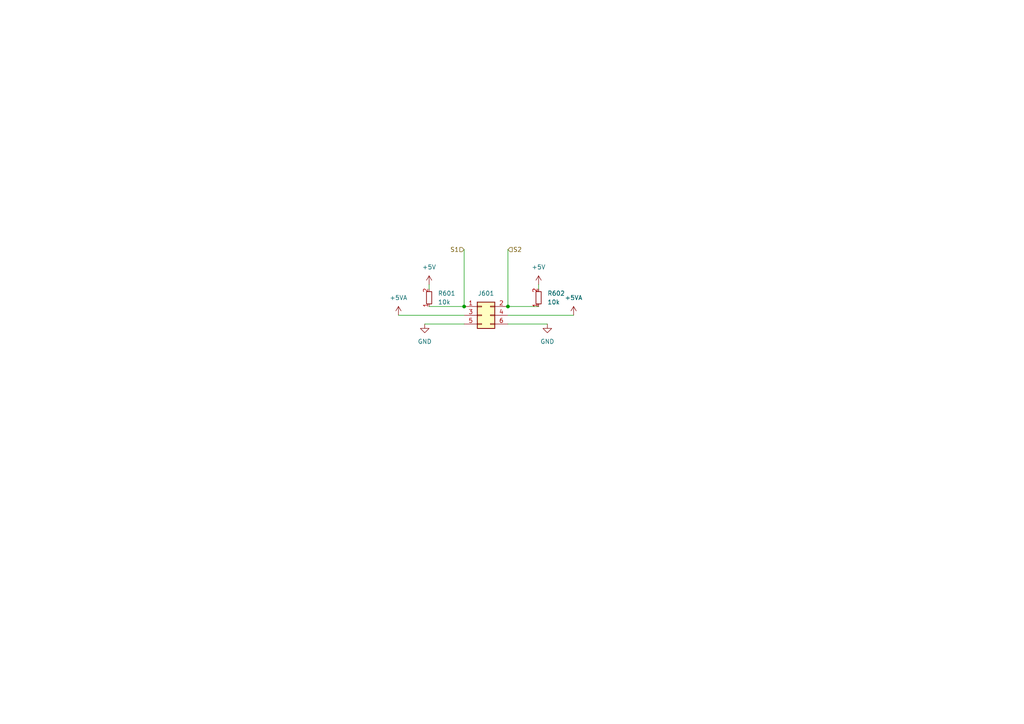
<source format=kicad_sch>
(kicad_sch (version 20231120) (generator "eeschema") (generator_version "8.0")
  (paper "A4")
  (lib_symbols
    (symbol "Connector_Generic:Conn_02x03_Odd_Even" (pin_names (offset 1.016) hide)
      (property "Reference" "J" (at 1.27 5.08 0))
      (property "Value" "Conn_02x03_Odd_Even" (at 1.27 -5.08 0))
      (symbol "Conn_02x03_Odd_Even_1_1"
        (rectangle (start -1.27 -2.413) (end 0 -2.667) (stroke (width 0.1524)))
        (rectangle (start -1.27 0.127) (end 0 -0.127) (stroke (width 0.1524)))
        (rectangle (start -1.27 2.667) (end 0 2.413) (stroke (width 0.1524)))
        (rectangle (start -1.27 3.81) (end 3.81 -3.81) (stroke (width 0.254)) (fill (type background)))
        (rectangle (start 3.81 -2.413) (end 2.54 -2.667) (stroke (width 0.1524)))
        (rectangle (start 3.81 0.127) (end 2.54 -0.127) (stroke (width 0.1524)))
        (rectangle (start 3.81 2.667) (end 2.54 2.413) (stroke (width 0.1524)))
        (pin passive line (at -5.08 2.54 0) (length 3.81) (name "Pin_1") (number "1"))
        (pin passive line (at 7.62 2.54 180) (length 3.81) (name "Pin_2") (number "2"))
        (pin passive line (at -5.08 0 0) (length 3.81) (name "Pin_3") (number "3"))
        (pin passive line (at 7.62 0 180) (length 3.81) (name "Pin_4") (number "4"))
        (pin passive line (at -5.08 -2.54 0) (length 3.81) (name "Pin_5") (number "5"))
        (pin passive line (at 7.62 -2.54 180) (length 3.81) (name "Pin_6") (number "6"))
      )
    )
    (symbol "power:+5V" (power) (pin_names (offset 0))
      (property "Value" "+5V" (at 0 3.556 0))
      (symbol "+5V_0_1"
        (polyline (pts (xy -0.762 1.27) (xy 0 2.54)))
        (polyline (pts (xy 0 0) (xy 0 2.54)))
        (polyline (pts (xy 0 2.54) (xy 0.762 1.27)))
      )
      (symbol "+5V_1_1"
        (pin power_in line (at 0 0 90) (length 0) hide (name "+5V") (number "1"))
      )
    )
    (symbol "power:+5VA" (power) (pin_names (offset 0))
      (property "Value" "+5VA" (at 0 3.556 0))
      (symbol "+5VA_0_1"
        (polyline (pts (xy -0.762 1.27) (xy 0 2.54)))
        (polyline (pts (xy 0 0) (xy 0 2.54)))
        (polyline (pts (xy 0 2.54) (xy 0.762 1.27)))
      )
      (symbol "+5VA_1_1"
        (pin power_in line (at 0 0 90) (length 0) hide (name "+5VA") (number "1"))
      )
    )
    (symbol "power:GND" (power) (pin_names (offset 0))
      (property "Value" "GND" (at 0 -3.81 0))
      (symbol "GND_0_1"
        (polyline (pts (xy 0 0) (xy 0 -1.27) (xy 1.27 -1.27) (xy 0 -2.54) (xy -1.27 -1.27) (xy 0 -1.27)))
      )
      (symbol "GND_1_1"
        (pin power_in line (at 0 0 270) (length 0) hide (name "GND") (number "1"))
      )
    )
    (symbol "resistors_0603:R_10k_0603"
      (property "Reference" "R" (at 1.27 2.54 0))
      (property "Value" "10k" (at 2.54 -2.54 0))
      (symbol "R_10k_0603_0_1"
        (rectangle (start -0.762 1.778) (end 0.762 -1.778) (stroke (width 0.2032)))
      )
      (symbol "R_10k_0603_1_1"
        (pin passive line (at 0 2.54 270) (length 0.762) (name "~") (number "1"))
        (pin passive line (at 0 -2.54 90) (length 0.762) (name "~") (number "2"))
      )
    )
  )
  (junction (at 147.32 88.9))
  (junction (at 134.62 88.9))
  (wire (pts (xy 134.62 93.98) (xy 123.19 93.98)))
  (wire (pts (xy 147.32 88.9) (xy 156.21 88.9)))
  (wire (pts (xy 124.46 88.9) (xy 134.62 88.9)))
  (wire (pts (xy 156.21 82.55) (xy 156.21 83.82)))
  (wire (pts (xy 124.46 82.55) (xy 124.46 83.82)))
  (wire (pts (xy 115.57 91.44) (xy 134.62 91.44)))
  (wire (pts (xy 147.32 72.39) (xy 147.32 88.9)))
  (wire (pts (xy 147.32 93.98) (xy 158.75 93.98)))
  (wire (pts (xy 134.62 72.39) (xy 134.62 88.9)))
  (wire (pts (xy 166.37 91.44) (xy 147.32 91.44)))
  (hierarchical_label "S2" (shape input) (at 147.32 72.39 0))
  (hierarchical_label "S1" (shape input) (at 134.62 72.39 180))
  (symbol (lib_id "power:GND") (at 158.75 93.98 0) (unit 1)
    (property "Reference" "#PWR0110" (effects (hide yes)))
    (property "Value" "GND" (at 158.75 99.06 0))
    (instances (project "JACK_OF_ALL_TRADES" (path "" (reference "#PWR0110") (unit 1)) (path "" (reference "#PWR0126") (unit 1))) (project "OS-servoDriver" (path "" (reference "#PWR0701") (unit 1)) (path "" (reference "#PWR0801") (unit 1)) (path "" (reference "#PWR0901") (unit 1)) (path "" (reference "#PWR01001") (unit 1))))
  )
  (symbol (lib_id "power:+5VA") (at 166.37 91.44 0) (mirror y) (unit 1)
    (property "Reference" "#PWR0121" (effects (hide yes)))
    (property "Value" "+5VA" (at 166.37 86.36 0))
    (instances (project "JACK_OF_ALL_TRADES" (path "" (reference "#PWR0121") (unit 1)) (path "" (reference "#PWR0127") (unit 1))) (project "OS-servoDriver" (path "" (reference "#PWR0704") (unit 1)) (path "" (reference "#PWR0804") (unit 1)) (path "" (reference "#PWR0904") (unit 1)) (path "" (reference "#PWR01004") (unit 1))))
  )
  (symbol (lib_id "Connector_Generic:Conn_02x03_Odd_Even") (at 139.7 91.44 0) (unit 1)
    (property "Reference" "J601" (at 140.97 85.09 0))
    (property "Value" "Conn_02x03_Odd_Even" (effects (hide yes)))
    (property "Footprint" "Connector_PinHeader_2.54mm:PinHeader_2x03_P2.54mm_Vertical" (effects (hide yes)))
    (property "JLCPCB Part#" "C65114" (effects (hide yes)))
    (instances (project "JACK_OF_ALL_TRADES" (path "" (reference "J601") (unit 1)) (path "" (reference "J1301") (unit 1))) (project "OS-servoDriver" (path "" (reference "J701") (unit 1)) (path "" (reference "J801") (unit 1)) (path "" (reference "J901") (unit 1)) (path "" (reference "J1001") (unit 1))))
  )
  (symbol (lib_id "power:+5V") (at 124.46 82.55 0) (unit 1)
    (property "Reference" "#PWR0109" (effects (hide yes)))
    (property "Value" "+5V" (at 124.46 77.47 0))
    (instances (project "JACK_OF_ALL_TRADES" (path "" (reference "#PWR0109") (unit 1)) (path "" (reference "#PWR0125") (unit 1))) (project "OS-servoDriver" (path "" (reference "#PWR0705") (unit 1)) (path "" (reference "#PWR0805") (unit 1)) (path "" (reference "#PWR0905") (unit 1)) (path "" (reference "#PWR01005") (unit 1))))
  )
  (symbol (lib_id "resistors_0603:R_10k_0603") (at 156.21 86.36 180) (unit 1)
    (property "Reference" "R602" (at 158.75 85.09 0) (effects (justify right)))
    (property "Value" "10k" (at 158.75 87.63 0) (effects (justify right)))
    (property "Footprint" "custom_kicad_lib_sk:R_0603_smalltext" (effects (hide yes)))
    (property "JLCPCB Part#" "C25804" (effects (hide yes)))
    (instances (project "JACK_OF_ALL_TRADES" (path "" (reference "R602") (unit 1)) (path "" (reference "R1302") (unit 1))) (project "OS-servoDriver" (path "" (reference "R702") (unit 1)) (path "" (reference "R802") (unit 1)) (path "" (reference "R905") (unit 1)) (path "" (reference "R1005") (unit 1))))
  )
  (symbol (lib_id "power:+5VA") (at 115.57 91.44 0) (unit 1)
    (property "Reference" "#PWR0123" (effects (hide yes)))
    (property "Value" "+5VA" (at 115.57 86.36 0))
    (instances (project "JACK_OF_ALL_TRADES" (path "" (reference "#PWR0123") (unit 1)) (path "" (reference "#PWR0129") (unit 1))) (project "OS-servoDriver" (path "" (reference "#PWR0703") (unit 1)) (path "" (reference "#PWR0803") (unit 1)) (path "" (reference "#PWR0903") (unit 1)) (path "" (reference "#PWR01003") (unit 1))))
  )
  (symbol (lib_id "power:GND") (at 123.19 93.98 0) (mirror y) (unit 1)
    (property "Reference" "#PWR0122" (effects (hide yes)))
    (property "Value" "GND" (at 123.19 99.06 0))
    (instances (project "JACK_OF_ALL_TRADES" (path "" (reference "#PWR0122") (unit 1)) (path "" (reference "#PWR0128") (unit 1))) (project "OS-servoDriver" (path "" (reference "#PWR0702") (unit 1)) (path "" (reference "#PWR0802") (unit 1)) (path "" (reference "#PWR0902") (unit 1)) (path "" (reference "#PWR01002") (unit 1))))
  )
  (symbol (lib_id "resistors_0603:R_10k_0603") (at 124.46 86.36 180) (unit 1)
    (property "Reference" "R601" (at 127 85.09 0) (effects (justify right)))
    (property "Value" "10k" (at 127 87.63 0) (effects (justify right)))
    (property "Footprint" "custom_kicad_lib_sk:R_0603_smalltext" (effects (hide yes)))
    (property "JLCPCB Part#" "C25804" (effects (hide yes)))
    (instances (project "JACK_OF_ALL_TRADES" (path "" (reference "R601") (unit 1)) (path "" (reference "R1301") (unit 1))) (project "OS-servoDriver" (path "" (reference "R701") (unit 1)) (path "" (reference "R801") (unit 1)) (path "" (reference "R904") (unit 1)) (path "" (reference "R1004") (unit 1))))
  )
  (symbol (lib_id "power:+5V") (at 156.21 82.55 0) (unit 1)
    (property "Reference" "#PWR0108" (effects (hide yes)))
    (property "Value" "+5V" (at 156.21 77.47 0))
    (instances (project "JACK_OF_ALL_TRADES" (path "" (reference "#PWR0108") (unit 1)) (path "" (reference "#PWR0124") (unit 1))) (project "OS-servoDriver" (path "" (reference "#PWR0706") (unit 1)) (path "" (reference "#PWR0806") (unit 1)) (path "" (reference "#PWR0906") (unit 1)) (path "" (reference "#PWR01006") (unit 1))))
  )
)
</source>
